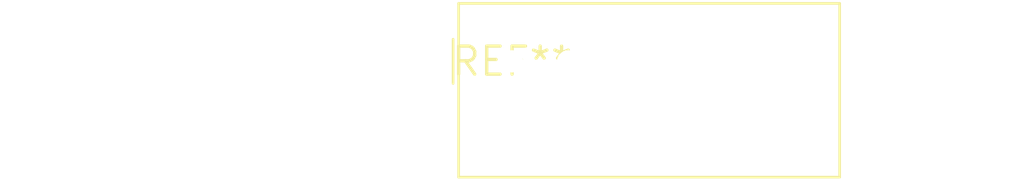
<source format=kicad_pcb>
(kicad_pcb (version 20240108) (generator pcbnew)
  (layers (0 "F.Cu" signal) (31 "B.Cu" signal) (34 "B.Paste" user) (35 "F.Paste" user) (36 "B.SilkS" user "B.Silkscreen") (37 "F.SilkS" user "F.Silkscreen") (38 "B.Mask" user) (39 "F.Mask" user) (44 "Edge.Cuts" user))
  (net 0 "")
  (footprint "Converter_DCDC_TRACO_TMR-1-xxxx_Single_THT" (layer "F.Cu") (at 0 0)
    (property "Reference" "REF**")
    (property "Value" "Converter_DCDC_TRACO_TMR-1-xxxx_Single_THT")
    (fp_line (start -2.67 -1) (end -2.67 1) (layer "F.SilkS") (stroke (width 0.12)))
    (fp_line (start -2.42 -2.62) (end 14.82 -2.62) (layer "F.SilkS") (stroke (width 0.12)))
    (fp_line (start -2.42 5.24) (end -2.42 -2.62) (layer "F.SilkS") (stroke (width 0.12)))
    (fp_line (start 14.82 -2.62) (end 14.82 5.24) (layer "F.SilkS") (stroke (width 0.12)))
    (fp_line (start 14.82 5.24) (end -2.42 5.24) (layer "F.SilkS") (stroke (width 0.12)))
    (pad "1" thru_hole rect (at 0 0) (size 1.5 3) (drill 1) (layers *.Cu *.Mask) (remove_unused_layers))
    (pad "2" thru_hole oval (at 2.54 0) (size 1.5 3) (drill 1) (layers *.Cu *.Mask) (remove_unused_layers))
    (pad "4" thru_hole oval (at 7.62 0) (size 1.5 3) (drill 1) (layers *.Cu *.Mask) (remove_unused_layers))
    (pad "6" thru_hole oval (at 12.7 0) (size 1.5 3) (drill 1) (layers *.Cu *.Mask) (remove_unused_layers))
  )
)
</source>
